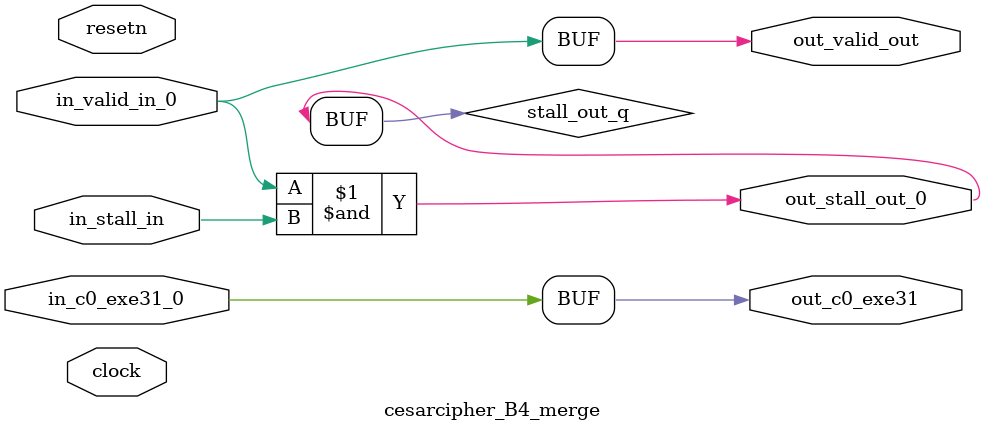
<source format=sv>



(* altera_attribute = "-name AUTO_SHIFT_REGISTER_RECOGNITION OFF; -name MESSAGE_DISABLE 10036; -name MESSAGE_DISABLE 10037; -name MESSAGE_DISABLE 14130; -name MESSAGE_DISABLE 14320; -name MESSAGE_DISABLE 15400; -name MESSAGE_DISABLE 14130; -name MESSAGE_DISABLE 10036; -name MESSAGE_DISABLE 12020; -name MESSAGE_DISABLE 12030; -name MESSAGE_DISABLE 12010; -name MESSAGE_DISABLE 12110; -name MESSAGE_DISABLE 14320; -name MESSAGE_DISABLE 13410; -name MESSAGE_DISABLE 113007; -name MESSAGE_DISABLE 10958" *)
module cesarcipher_B4_merge (
    input wire [0:0] in_c0_exe31_0,
    input wire [0:0] in_stall_in,
    input wire [0:0] in_valid_in_0,
    output wire [0:0] out_c0_exe31,
    output wire [0:0] out_stall_out_0,
    output wire [0:0] out_valid_out,
    input wire clock,
    input wire resetn
    );

    wire [0:0] stall_out_q;


    // out_c0_exe31(GPOUT,5)
    assign out_c0_exe31 = in_c0_exe31_0;

    // stall_out(LOGICAL,8)
    assign stall_out_q = in_valid_in_0 & in_stall_in;

    // out_stall_out_0(GPOUT,6)
    assign out_stall_out_0 = stall_out_q;

    // out_valid_out(GPOUT,7)
    assign out_valid_out = in_valid_in_0;

endmodule

</source>
